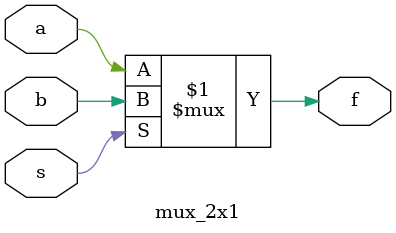
<source format=v>
`timescale 1ns / 1ps
module mux_2x1(output f,input a,b,s);

assign f = s ? b : a ;

endmodule


</source>
